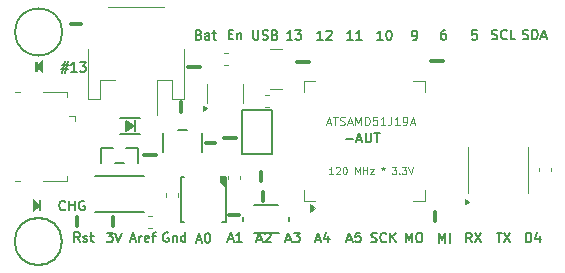
<source format=gbr>
%TF.GenerationSoftware,KiCad,Pcbnew,8.0.4-8.0.4-0~ubuntu22.04.1*%
%TF.CreationDate,2024-08-18T15:20:42-07:00*%
%TF.ProjectId,feather_M4_express,66656174-6865-4725-9f4d-345f65787072,rev?*%
%TF.SameCoordinates,Original*%
%TF.FileFunction,Legend,Top*%
%TF.FilePolarity,Positive*%
%FSLAX46Y46*%
G04 Gerber Fmt 4.6, Leading zero omitted, Abs format (unit mm)*
G04 Created by KiCad (PCBNEW 8.0.4-8.0.4-0~ubuntu22.04.1) date 2024-08-18 15:20:42*
%MOMM*%
%LPD*%
G01*
G04 APERTURE LIST*
%ADD10C,0.170000*%
%ADD11C,0.120000*%
%ADD12C,0.304800*%
%ADD13C,0.000000*%
%ADD14C,0.203200*%
%ADD15C,0.127000*%
G04 APERTURE END LIST*
D10*
X230337422Y-146349683D02*
X230718375Y-146349683D01*
X230261232Y-146578255D02*
X230527899Y-145778255D01*
X230527899Y-145778255D02*
X230794565Y-146578255D01*
X231404089Y-146044921D02*
X231404089Y-146578255D01*
X231213613Y-145740160D02*
X231023136Y-146311588D01*
X231023136Y-146311588D02*
X231518375Y-146311588D01*
X243964470Y-128633255D02*
X243583518Y-128633255D01*
X243583518Y-128633255D02*
X243545422Y-129014207D01*
X243545422Y-129014207D02*
X243583518Y-128976112D01*
X243583518Y-128976112D02*
X243659708Y-128938017D01*
X243659708Y-128938017D02*
X243850184Y-128938017D01*
X243850184Y-128938017D02*
X243926375Y-128976112D01*
X243926375Y-128976112D02*
X243964470Y-129014207D01*
X243964470Y-129014207D02*
X244002565Y-129090398D01*
X244002565Y-129090398D02*
X244002565Y-129280874D01*
X244002565Y-129280874D02*
X243964470Y-129357064D01*
X243964470Y-129357064D02*
X243926375Y-129395160D01*
X243926375Y-129395160D02*
X243850184Y-129433255D01*
X243850184Y-129433255D02*
X243659708Y-129433255D01*
X243659708Y-129433255D02*
X243583518Y-129395160D01*
X243583518Y-129395160D02*
X243545422Y-129357064D01*
X208849022Y-131592321D02*
X209420451Y-131592321D01*
X209077594Y-131249464D02*
X208849022Y-132278036D01*
X209344261Y-131935179D02*
X208772832Y-131935179D01*
X209115689Y-132278036D02*
X209344261Y-131249464D01*
X210106165Y-132125655D02*
X209649022Y-132125655D01*
X209877594Y-132125655D02*
X209877594Y-131325655D01*
X209877594Y-131325655D02*
X209801403Y-131439940D01*
X209801403Y-131439940D02*
X209725213Y-131516131D01*
X209725213Y-131516131D02*
X209649022Y-131554226D01*
X210372832Y-131325655D02*
X210868070Y-131325655D01*
X210868070Y-131325655D02*
X210601404Y-131630417D01*
X210601404Y-131630417D02*
X210715689Y-131630417D01*
X210715689Y-131630417D02*
X210791880Y-131668512D01*
X210791880Y-131668512D02*
X210829975Y-131706607D01*
X210829975Y-131706607D02*
X210868070Y-131782798D01*
X210868070Y-131782798D02*
X210868070Y-131973274D01*
X210868070Y-131973274D02*
X210829975Y-132049464D01*
X210829975Y-132049464D02*
X210791880Y-132087560D01*
X210791880Y-132087560D02*
X210715689Y-132125655D01*
X210715689Y-132125655D02*
X210487118Y-132125655D01*
X210487118Y-132125655D02*
X210410927Y-132087560D01*
X210410927Y-132087560D02*
X210372832Y-132049464D01*
X245247222Y-129369760D02*
X245361508Y-129407855D01*
X245361508Y-129407855D02*
X245551984Y-129407855D01*
X245551984Y-129407855D02*
X245628175Y-129369760D01*
X245628175Y-129369760D02*
X245666270Y-129331664D01*
X245666270Y-129331664D02*
X245704365Y-129255474D01*
X245704365Y-129255474D02*
X245704365Y-129179283D01*
X245704365Y-129179283D02*
X245666270Y-129103093D01*
X245666270Y-129103093D02*
X245628175Y-129064998D01*
X245628175Y-129064998D02*
X245551984Y-129026902D01*
X245551984Y-129026902D02*
X245399603Y-128988807D01*
X245399603Y-128988807D02*
X245323413Y-128950712D01*
X245323413Y-128950712D02*
X245285318Y-128912617D01*
X245285318Y-128912617D02*
X245247222Y-128836426D01*
X245247222Y-128836426D02*
X245247222Y-128760236D01*
X245247222Y-128760236D02*
X245285318Y-128684045D01*
X245285318Y-128684045D02*
X245323413Y-128645950D01*
X245323413Y-128645950D02*
X245399603Y-128607855D01*
X245399603Y-128607855D02*
X245590080Y-128607855D01*
X245590080Y-128607855D02*
X245704365Y-128645950D01*
X246504366Y-129331664D02*
X246466270Y-129369760D01*
X246466270Y-129369760D02*
X246351985Y-129407855D01*
X246351985Y-129407855D02*
X246275794Y-129407855D01*
X246275794Y-129407855D02*
X246161508Y-129369760D01*
X246161508Y-129369760D02*
X246085318Y-129293569D01*
X246085318Y-129293569D02*
X246047223Y-129217379D01*
X246047223Y-129217379D02*
X246009127Y-129064998D01*
X246009127Y-129064998D02*
X246009127Y-128950712D01*
X246009127Y-128950712D02*
X246047223Y-128798331D01*
X246047223Y-128798331D02*
X246085318Y-128722140D01*
X246085318Y-128722140D02*
X246161508Y-128645950D01*
X246161508Y-128645950D02*
X246275794Y-128607855D01*
X246275794Y-128607855D02*
X246351985Y-128607855D01*
X246351985Y-128607855D02*
X246466270Y-128645950D01*
X246466270Y-128645950D02*
X246504366Y-128684045D01*
X247228175Y-129407855D02*
X246847223Y-129407855D01*
X246847223Y-129407855D02*
X246847223Y-128607855D01*
X230946965Y-129458655D02*
X230489822Y-129458655D01*
X230718394Y-129458655D02*
X230718394Y-128658655D01*
X230718394Y-128658655D02*
X230642203Y-128772940D01*
X230642203Y-128772940D02*
X230566013Y-128849131D01*
X230566013Y-128849131D02*
X230489822Y-128887226D01*
X231251727Y-128734845D02*
X231289823Y-128696750D01*
X231289823Y-128696750D02*
X231366013Y-128658655D01*
X231366013Y-128658655D02*
X231556489Y-128658655D01*
X231556489Y-128658655D02*
X231632680Y-128696750D01*
X231632680Y-128696750D02*
X231670775Y-128734845D01*
X231670775Y-128734845D02*
X231708870Y-128811036D01*
X231708870Y-128811036D02*
X231708870Y-128887226D01*
X231708870Y-128887226D02*
X231670775Y-129001512D01*
X231670775Y-129001512D02*
X231213632Y-129458655D01*
X231213632Y-129458655D02*
X231708870Y-129458655D01*
X233461565Y-129433255D02*
X233004422Y-129433255D01*
X233232994Y-129433255D02*
X233232994Y-128633255D01*
X233232994Y-128633255D02*
X233156803Y-128747540D01*
X233156803Y-128747540D02*
X233080613Y-128823731D01*
X233080613Y-128823731D02*
X233004422Y-128861826D01*
X234223470Y-129433255D02*
X233766327Y-129433255D01*
X233994899Y-129433255D02*
X233994899Y-128633255D01*
X233994899Y-128633255D02*
X233918708Y-128747540D01*
X233918708Y-128747540D02*
X233842518Y-128823731D01*
X233842518Y-128823731D02*
X233766327Y-128861826D01*
X243558061Y-146578255D02*
X243291394Y-146197302D01*
X243100918Y-146578255D02*
X243100918Y-145778255D01*
X243100918Y-145778255D02*
X243405680Y-145778255D01*
X243405680Y-145778255D02*
X243481870Y-145816350D01*
X243481870Y-145816350D02*
X243519965Y-145854445D01*
X243519965Y-145854445D02*
X243558061Y-145930636D01*
X243558061Y-145930636D02*
X243558061Y-146044921D01*
X243558061Y-146044921D02*
X243519965Y-146121112D01*
X243519965Y-146121112D02*
X243481870Y-146159207D01*
X243481870Y-146159207D02*
X243405680Y-146197302D01*
X243405680Y-146197302D02*
X243100918Y-146197302D01*
X243824727Y-145778255D02*
X244358061Y-146578255D01*
X244358061Y-145778255D02*
X243824727Y-146578255D01*
X236026965Y-129458655D02*
X235569822Y-129458655D01*
X235798394Y-129458655D02*
X235798394Y-128658655D01*
X235798394Y-128658655D02*
X235722203Y-128772940D01*
X235722203Y-128772940D02*
X235646013Y-128849131D01*
X235646013Y-128849131D02*
X235569822Y-128887226D01*
X236522204Y-128658655D02*
X236598394Y-128658655D01*
X236598394Y-128658655D02*
X236674585Y-128696750D01*
X236674585Y-128696750D02*
X236712680Y-128734845D01*
X236712680Y-128734845D02*
X236750775Y-128811036D01*
X236750775Y-128811036D02*
X236788870Y-128963417D01*
X236788870Y-128963417D02*
X236788870Y-129153893D01*
X236788870Y-129153893D02*
X236750775Y-129306274D01*
X236750775Y-129306274D02*
X236712680Y-129382464D01*
X236712680Y-129382464D02*
X236674585Y-129420560D01*
X236674585Y-129420560D02*
X236598394Y-129458655D01*
X236598394Y-129458655D02*
X236522204Y-129458655D01*
X236522204Y-129458655D02*
X236446013Y-129420560D01*
X236446013Y-129420560D02*
X236407918Y-129382464D01*
X236407918Y-129382464D02*
X236369823Y-129306274D01*
X236369823Y-129306274D02*
X236331727Y-129153893D01*
X236331727Y-129153893D02*
X236331727Y-128963417D01*
X236331727Y-128963417D02*
X236369823Y-128811036D01*
X236369823Y-128811036D02*
X236407918Y-128734845D01*
X236407918Y-128734845D02*
X236446013Y-128696750D01*
X236446013Y-128696750D02*
X236522204Y-128658655D01*
X212646327Y-145778255D02*
X213141565Y-145778255D01*
X213141565Y-145778255D02*
X212874899Y-146083017D01*
X212874899Y-146083017D02*
X212989184Y-146083017D01*
X212989184Y-146083017D02*
X213065375Y-146121112D01*
X213065375Y-146121112D02*
X213103470Y-146159207D01*
X213103470Y-146159207D02*
X213141565Y-146235398D01*
X213141565Y-146235398D02*
X213141565Y-146425874D01*
X213141565Y-146425874D02*
X213103470Y-146502064D01*
X213103470Y-146502064D02*
X213065375Y-146540160D01*
X213065375Y-146540160D02*
X212989184Y-146578255D01*
X212989184Y-146578255D02*
X212760613Y-146578255D01*
X212760613Y-146578255D02*
X212684422Y-146540160D01*
X212684422Y-146540160D02*
X212646327Y-146502064D01*
X213370137Y-145778255D02*
X213636804Y-146578255D01*
X213636804Y-146578255D02*
X213903470Y-145778255D01*
X232890118Y-137815293D02*
X233499642Y-137815293D01*
X233842498Y-137891483D02*
X234223451Y-137891483D01*
X233766308Y-138120055D02*
X234032975Y-137320055D01*
X234032975Y-137320055D02*
X234299641Y-138120055D01*
X234566308Y-137320055D02*
X234566308Y-137967674D01*
X234566308Y-137967674D02*
X234604403Y-138043864D01*
X234604403Y-138043864D02*
X234642498Y-138081960D01*
X234642498Y-138081960D02*
X234718689Y-138120055D01*
X234718689Y-138120055D02*
X234871070Y-138120055D01*
X234871070Y-138120055D02*
X234947260Y-138081960D01*
X234947260Y-138081960D02*
X234985355Y-138043864D01*
X234985355Y-138043864D02*
X235023451Y-137967674D01*
X235023451Y-137967674D02*
X235023451Y-137320055D01*
X235290117Y-137320055D02*
X235747260Y-137320055D01*
X235518688Y-138120055D02*
X235518688Y-137320055D01*
X227848222Y-146349683D02*
X228229175Y-146349683D01*
X227772032Y-146578255D02*
X228038699Y-145778255D01*
X228038699Y-145778255D02*
X228305365Y-146578255D01*
X228495841Y-145778255D02*
X228991079Y-145778255D01*
X228991079Y-145778255D02*
X228724413Y-146083017D01*
X228724413Y-146083017D02*
X228838698Y-146083017D01*
X228838698Y-146083017D02*
X228914889Y-146121112D01*
X228914889Y-146121112D02*
X228952984Y-146159207D01*
X228952984Y-146159207D02*
X228991079Y-146235398D01*
X228991079Y-146235398D02*
X228991079Y-146425874D01*
X228991079Y-146425874D02*
X228952984Y-146502064D01*
X228952984Y-146502064D02*
X228914889Y-146540160D01*
X228914889Y-146540160D02*
X228838698Y-146578255D01*
X228838698Y-146578255D02*
X228610127Y-146578255D01*
X228610127Y-146578255D02*
X228533936Y-146540160D01*
X228533936Y-146540160D02*
X228495841Y-146502064D01*
X241310175Y-128633255D02*
X241157794Y-128633255D01*
X241157794Y-128633255D02*
X241081603Y-128671350D01*
X241081603Y-128671350D02*
X241043508Y-128709445D01*
X241043508Y-128709445D02*
X240967318Y-128823731D01*
X240967318Y-128823731D02*
X240929222Y-128976112D01*
X240929222Y-128976112D02*
X240929222Y-129280874D01*
X240929222Y-129280874D02*
X240967318Y-129357064D01*
X240967318Y-129357064D02*
X241005413Y-129395160D01*
X241005413Y-129395160D02*
X241081603Y-129433255D01*
X241081603Y-129433255D02*
X241233984Y-129433255D01*
X241233984Y-129433255D02*
X241310175Y-129395160D01*
X241310175Y-129395160D02*
X241348270Y-129357064D01*
X241348270Y-129357064D02*
X241386365Y-129280874D01*
X241386365Y-129280874D02*
X241386365Y-129090398D01*
X241386365Y-129090398D02*
X241348270Y-129014207D01*
X241348270Y-129014207D02*
X241310175Y-128976112D01*
X241310175Y-128976112D02*
X241233984Y-128938017D01*
X241233984Y-128938017D02*
X241081603Y-128938017D01*
X241081603Y-128938017D02*
X241005413Y-128976112D01*
X241005413Y-128976112D02*
X240967318Y-129014207D01*
X240967318Y-129014207D02*
X240929222Y-129090398D01*
X220456784Y-129014207D02*
X220571070Y-129052302D01*
X220571070Y-129052302D02*
X220609165Y-129090398D01*
X220609165Y-129090398D02*
X220647261Y-129166588D01*
X220647261Y-129166588D02*
X220647261Y-129280874D01*
X220647261Y-129280874D02*
X220609165Y-129357064D01*
X220609165Y-129357064D02*
X220571070Y-129395160D01*
X220571070Y-129395160D02*
X220494880Y-129433255D01*
X220494880Y-129433255D02*
X220190118Y-129433255D01*
X220190118Y-129433255D02*
X220190118Y-128633255D01*
X220190118Y-128633255D02*
X220456784Y-128633255D01*
X220456784Y-128633255D02*
X220532975Y-128671350D01*
X220532975Y-128671350D02*
X220571070Y-128709445D01*
X220571070Y-128709445D02*
X220609165Y-128785636D01*
X220609165Y-128785636D02*
X220609165Y-128861826D01*
X220609165Y-128861826D02*
X220571070Y-128938017D01*
X220571070Y-128938017D02*
X220532975Y-128976112D01*
X220532975Y-128976112D02*
X220456784Y-129014207D01*
X220456784Y-129014207D02*
X220190118Y-129014207D01*
X221332975Y-129433255D02*
X221332975Y-129014207D01*
X221332975Y-129014207D02*
X221294880Y-128938017D01*
X221294880Y-128938017D02*
X221218689Y-128899921D01*
X221218689Y-128899921D02*
X221066308Y-128899921D01*
X221066308Y-128899921D02*
X220990118Y-128938017D01*
X221332975Y-129395160D02*
X221256784Y-129433255D01*
X221256784Y-129433255D02*
X221066308Y-129433255D01*
X221066308Y-129433255D02*
X220990118Y-129395160D01*
X220990118Y-129395160D02*
X220952022Y-129318969D01*
X220952022Y-129318969D02*
X220952022Y-129242779D01*
X220952022Y-129242779D02*
X220990118Y-129166588D01*
X220990118Y-129166588D02*
X221066308Y-129128493D01*
X221066308Y-129128493D02*
X221256784Y-129128493D01*
X221256784Y-129128493D02*
X221332975Y-129090398D01*
X221599642Y-128899921D02*
X221904404Y-128899921D01*
X221713928Y-128633255D02*
X221713928Y-129318969D01*
X221713928Y-129318969D02*
X221752023Y-129395160D01*
X221752023Y-129395160D02*
X221828213Y-129433255D01*
X221828213Y-129433255D02*
X221904404Y-129433255D01*
D11*
X231828489Y-140814131D02*
X231485632Y-140814131D01*
X231657061Y-140814131D02*
X231657061Y-140214131D01*
X231657061Y-140214131D02*
X231599918Y-140299845D01*
X231599918Y-140299845D02*
X231542775Y-140356988D01*
X231542775Y-140356988D02*
X231485632Y-140385560D01*
X232057061Y-140271274D02*
X232085633Y-140242702D01*
X232085633Y-140242702D02*
X232142776Y-140214131D01*
X232142776Y-140214131D02*
X232285633Y-140214131D01*
X232285633Y-140214131D02*
X232342776Y-140242702D01*
X232342776Y-140242702D02*
X232371347Y-140271274D01*
X232371347Y-140271274D02*
X232399918Y-140328417D01*
X232399918Y-140328417D02*
X232399918Y-140385560D01*
X232399918Y-140385560D02*
X232371347Y-140471274D01*
X232371347Y-140471274D02*
X232028490Y-140814131D01*
X232028490Y-140814131D02*
X232399918Y-140814131D01*
X232771347Y-140214131D02*
X232828490Y-140214131D01*
X232828490Y-140214131D02*
X232885633Y-140242702D01*
X232885633Y-140242702D02*
X232914205Y-140271274D01*
X232914205Y-140271274D02*
X232942776Y-140328417D01*
X232942776Y-140328417D02*
X232971347Y-140442702D01*
X232971347Y-140442702D02*
X232971347Y-140585560D01*
X232971347Y-140585560D02*
X232942776Y-140699845D01*
X232942776Y-140699845D02*
X232914205Y-140756988D01*
X232914205Y-140756988D02*
X232885633Y-140785560D01*
X232885633Y-140785560D02*
X232828490Y-140814131D01*
X232828490Y-140814131D02*
X232771347Y-140814131D01*
X232771347Y-140814131D02*
X232714205Y-140785560D01*
X232714205Y-140785560D02*
X232685633Y-140756988D01*
X232685633Y-140756988D02*
X232657062Y-140699845D01*
X232657062Y-140699845D02*
X232628490Y-140585560D01*
X232628490Y-140585560D02*
X232628490Y-140442702D01*
X232628490Y-140442702D02*
X232657062Y-140328417D01*
X232657062Y-140328417D02*
X232685633Y-140271274D01*
X232685633Y-140271274D02*
X232714205Y-140242702D01*
X232714205Y-140242702D02*
X232771347Y-140214131D01*
X233685634Y-140814131D02*
X233685634Y-140214131D01*
X233685634Y-140214131D02*
X233885634Y-140642702D01*
X233885634Y-140642702D02*
X234085634Y-140214131D01*
X234085634Y-140214131D02*
X234085634Y-140814131D01*
X234371348Y-140814131D02*
X234371348Y-140214131D01*
X234371348Y-140499845D02*
X234714205Y-140499845D01*
X234714205Y-140814131D02*
X234714205Y-140214131D01*
X234942776Y-140414131D02*
X235257062Y-140414131D01*
X235257062Y-140414131D02*
X234942776Y-140814131D01*
X234942776Y-140814131D02*
X235257062Y-140814131D01*
X236028490Y-140214131D02*
X236028490Y-140356988D01*
X235885633Y-140299845D02*
X236028490Y-140356988D01*
X236028490Y-140356988D02*
X236171347Y-140299845D01*
X235942776Y-140471274D02*
X236028490Y-140356988D01*
X236028490Y-140356988D02*
X236114204Y-140471274D01*
X236799919Y-140214131D02*
X237171347Y-140214131D01*
X237171347Y-140214131D02*
X236971347Y-140442702D01*
X236971347Y-140442702D02*
X237057062Y-140442702D01*
X237057062Y-140442702D02*
X237114205Y-140471274D01*
X237114205Y-140471274D02*
X237142776Y-140499845D01*
X237142776Y-140499845D02*
X237171347Y-140556988D01*
X237171347Y-140556988D02*
X237171347Y-140699845D01*
X237171347Y-140699845D02*
X237142776Y-140756988D01*
X237142776Y-140756988D02*
X237114205Y-140785560D01*
X237114205Y-140785560D02*
X237057062Y-140814131D01*
X237057062Y-140814131D02*
X236885633Y-140814131D01*
X236885633Y-140814131D02*
X236828490Y-140785560D01*
X236828490Y-140785560D02*
X236799919Y-140756988D01*
X237428491Y-140756988D02*
X237457062Y-140785560D01*
X237457062Y-140785560D02*
X237428491Y-140814131D01*
X237428491Y-140814131D02*
X237399919Y-140785560D01*
X237399919Y-140785560D02*
X237428491Y-140756988D01*
X237428491Y-140756988D02*
X237428491Y-140814131D01*
X237657062Y-140214131D02*
X238028490Y-140214131D01*
X238028490Y-140214131D02*
X237828490Y-140442702D01*
X237828490Y-140442702D02*
X237914205Y-140442702D01*
X237914205Y-140442702D02*
X237971348Y-140471274D01*
X237971348Y-140471274D02*
X237999919Y-140499845D01*
X237999919Y-140499845D02*
X238028490Y-140556988D01*
X238028490Y-140556988D02*
X238028490Y-140699845D01*
X238028490Y-140699845D02*
X237999919Y-140756988D01*
X237999919Y-140756988D02*
X237971348Y-140785560D01*
X237971348Y-140785560D02*
X237914205Y-140814131D01*
X237914205Y-140814131D02*
X237742776Y-140814131D01*
X237742776Y-140814131D02*
X237685633Y-140785560D01*
X237685633Y-140785560D02*
X237657062Y-140756988D01*
X238199919Y-140214131D02*
X238399919Y-140814131D01*
X238399919Y-140814131D02*
X238599919Y-140214131D01*
D10*
X217865965Y-145790950D02*
X217789775Y-145752855D01*
X217789775Y-145752855D02*
X217675489Y-145752855D01*
X217675489Y-145752855D02*
X217561203Y-145790950D01*
X217561203Y-145790950D02*
X217485013Y-145867140D01*
X217485013Y-145867140D02*
X217446918Y-145943331D01*
X217446918Y-145943331D02*
X217408822Y-146095712D01*
X217408822Y-146095712D02*
X217408822Y-146209998D01*
X217408822Y-146209998D02*
X217446918Y-146362379D01*
X217446918Y-146362379D02*
X217485013Y-146438569D01*
X217485013Y-146438569D02*
X217561203Y-146514760D01*
X217561203Y-146514760D02*
X217675489Y-146552855D01*
X217675489Y-146552855D02*
X217751680Y-146552855D01*
X217751680Y-146552855D02*
X217865965Y-146514760D01*
X217865965Y-146514760D02*
X217904061Y-146476664D01*
X217904061Y-146476664D02*
X217904061Y-146209998D01*
X217904061Y-146209998D02*
X217751680Y-146209998D01*
X218246918Y-146019521D02*
X218246918Y-146552855D01*
X218246918Y-146095712D02*
X218285013Y-146057617D01*
X218285013Y-146057617D02*
X218361203Y-146019521D01*
X218361203Y-146019521D02*
X218475489Y-146019521D01*
X218475489Y-146019521D02*
X218551680Y-146057617D01*
X218551680Y-146057617D02*
X218589775Y-146133807D01*
X218589775Y-146133807D02*
X218589775Y-146552855D01*
X219313585Y-146552855D02*
X219313585Y-145752855D01*
X219313585Y-146514760D02*
X219237394Y-146552855D01*
X219237394Y-146552855D02*
X219085013Y-146552855D01*
X219085013Y-146552855D02*
X219008823Y-146514760D01*
X219008823Y-146514760D02*
X218970728Y-146476664D01*
X218970728Y-146476664D02*
X218932632Y-146400474D01*
X218932632Y-146400474D02*
X218932632Y-146171902D01*
X218932632Y-146171902D02*
X218970728Y-146095712D01*
X218970728Y-146095712D02*
X219008823Y-146057617D01*
X219008823Y-146057617D02*
X219085013Y-146019521D01*
X219085013Y-146019521D02*
X219237394Y-146019521D01*
X219237394Y-146019521D02*
X219313585Y-146057617D01*
X220253622Y-146375083D02*
X220634575Y-146375083D01*
X220177432Y-146603655D02*
X220444099Y-145803655D01*
X220444099Y-145803655D02*
X220710765Y-146603655D01*
X221129813Y-145803655D02*
X221206003Y-145803655D01*
X221206003Y-145803655D02*
X221282194Y-145841750D01*
X221282194Y-145841750D02*
X221320289Y-145879845D01*
X221320289Y-145879845D02*
X221358384Y-145956036D01*
X221358384Y-145956036D02*
X221396479Y-146108417D01*
X221396479Y-146108417D02*
X221396479Y-146298893D01*
X221396479Y-146298893D02*
X221358384Y-146451274D01*
X221358384Y-146451274D02*
X221320289Y-146527464D01*
X221320289Y-146527464D02*
X221282194Y-146565560D01*
X221282194Y-146565560D02*
X221206003Y-146603655D01*
X221206003Y-146603655D02*
X221129813Y-146603655D01*
X221129813Y-146603655D02*
X221053622Y-146565560D01*
X221053622Y-146565560D02*
X221015527Y-146527464D01*
X221015527Y-146527464D02*
X220977432Y-146451274D01*
X220977432Y-146451274D02*
X220939336Y-146298893D01*
X220939336Y-146298893D02*
X220939336Y-146108417D01*
X220939336Y-146108417D02*
X220977432Y-145956036D01*
X220977432Y-145956036D02*
X221015527Y-145879845D01*
X221015527Y-145879845D02*
X221053622Y-145841750D01*
X221053622Y-145841750D02*
X221129813Y-145803655D01*
X225384422Y-146349683D02*
X225765375Y-146349683D01*
X225308232Y-146578255D02*
X225574899Y-145778255D01*
X225574899Y-145778255D02*
X225841565Y-146578255D01*
X226070136Y-145854445D02*
X226108232Y-145816350D01*
X226108232Y-145816350D02*
X226184422Y-145778255D01*
X226184422Y-145778255D02*
X226374898Y-145778255D01*
X226374898Y-145778255D02*
X226451089Y-145816350D01*
X226451089Y-145816350D02*
X226489184Y-145854445D01*
X226489184Y-145854445D02*
X226527279Y-145930636D01*
X226527279Y-145930636D02*
X226527279Y-146006826D01*
X226527279Y-146006826D02*
X226489184Y-146121112D01*
X226489184Y-146121112D02*
X226032041Y-146578255D01*
X226032041Y-146578255D02*
X226527279Y-146578255D01*
X222946022Y-146324283D02*
X223326975Y-146324283D01*
X222869832Y-146552855D02*
X223136499Y-145752855D01*
X223136499Y-145752855D02*
X223403165Y-146552855D01*
X224088879Y-146552855D02*
X223631736Y-146552855D01*
X223860308Y-146552855D02*
X223860308Y-145752855D01*
X223860308Y-145752855D02*
X223784117Y-145867140D01*
X223784117Y-145867140D02*
X223707927Y-145943331D01*
X223707927Y-145943331D02*
X223631736Y-145981426D01*
X240789518Y-146603655D02*
X240789518Y-145803655D01*
X240789518Y-145803655D02*
X241056184Y-146375083D01*
X241056184Y-146375083D02*
X241322851Y-145803655D01*
X241322851Y-145803655D02*
X241322851Y-146603655D01*
X241703804Y-146603655D02*
X241703804Y-145803655D01*
X247888822Y-129369760D02*
X248003108Y-129407855D01*
X248003108Y-129407855D02*
X248193584Y-129407855D01*
X248193584Y-129407855D02*
X248269775Y-129369760D01*
X248269775Y-129369760D02*
X248307870Y-129331664D01*
X248307870Y-129331664D02*
X248345965Y-129255474D01*
X248345965Y-129255474D02*
X248345965Y-129179283D01*
X248345965Y-129179283D02*
X248307870Y-129103093D01*
X248307870Y-129103093D02*
X248269775Y-129064998D01*
X248269775Y-129064998D02*
X248193584Y-129026902D01*
X248193584Y-129026902D02*
X248041203Y-128988807D01*
X248041203Y-128988807D02*
X247965013Y-128950712D01*
X247965013Y-128950712D02*
X247926918Y-128912617D01*
X247926918Y-128912617D02*
X247888822Y-128836426D01*
X247888822Y-128836426D02*
X247888822Y-128760236D01*
X247888822Y-128760236D02*
X247926918Y-128684045D01*
X247926918Y-128684045D02*
X247965013Y-128645950D01*
X247965013Y-128645950D02*
X248041203Y-128607855D01*
X248041203Y-128607855D02*
X248231680Y-128607855D01*
X248231680Y-128607855D02*
X248345965Y-128645950D01*
X248688823Y-129407855D02*
X248688823Y-128607855D01*
X248688823Y-128607855D02*
X248879299Y-128607855D01*
X248879299Y-128607855D02*
X248993585Y-128645950D01*
X248993585Y-128645950D02*
X249069775Y-128722140D01*
X249069775Y-128722140D02*
X249107870Y-128798331D01*
X249107870Y-128798331D02*
X249145966Y-128950712D01*
X249145966Y-128950712D02*
X249145966Y-129064998D01*
X249145966Y-129064998D02*
X249107870Y-129217379D01*
X249107870Y-129217379D02*
X249069775Y-129293569D01*
X249069775Y-129293569D02*
X248993585Y-129369760D01*
X248993585Y-129369760D02*
X248879299Y-129407855D01*
X248879299Y-129407855D02*
X248688823Y-129407855D01*
X249450727Y-129179283D02*
X249831680Y-129179283D01*
X249374537Y-129407855D02*
X249641204Y-128607855D01*
X249641204Y-128607855D02*
X249907870Y-129407855D01*
X222984118Y-128988807D02*
X223250784Y-128988807D01*
X223365070Y-129407855D02*
X222984118Y-129407855D01*
X222984118Y-129407855D02*
X222984118Y-128607855D01*
X222984118Y-128607855D02*
X223365070Y-128607855D01*
X223707928Y-128874521D02*
X223707928Y-129407855D01*
X223707928Y-128950712D02*
X223746023Y-128912617D01*
X223746023Y-128912617D02*
X223822213Y-128874521D01*
X223822213Y-128874521D02*
X223936499Y-128874521D01*
X223936499Y-128874521D02*
X224012690Y-128912617D01*
X224012690Y-128912617D02*
X224050785Y-128988807D01*
X224050785Y-128988807D02*
X224050785Y-129407855D01*
X235061822Y-146540160D02*
X235176108Y-146578255D01*
X235176108Y-146578255D02*
X235366584Y-146578255D01*
X235366584Y-146578255D02*
X235442775Y-146540160D01*
X235442775Y-146540160D02*
X235480870Y-146502064D01*
X235480870Y-146502064D02*
X235518965Y-146425874D01*
X235518965Y-146425874D02*
X235518965Y-146349683D01*
X235518965Y-146349683D02*
X235480870Y-146273493D01*
X235480870Y-146273493D02*
X235442775Y-146235398D01*
X235442775Y-146235398D02*
X235366584Y-146197302D01*
X235366584Y-146197302D02*
X235214203Y-146159207D01*
X235214203Y-146159207D02*
X235138013Y-146121112D01*
X235138013Y-146121112D02*
X235099918Y-146083017D01*
X235099918Y-146083017D02*
X235061822Y-146006826D01*
X235061822Y-146006826D02*
X235061822Y-145930636D01*
X235061822Y-145930636D02*
X235099918Y-145854445D01*
X235099918Y-145854445D02*
X235138013Y-145816350D01*
X235138013Y-145816350D02*
X235214203Y-145778255D01*
X235214203Y-145778255D02*
X235404680Y-145778255D01*
X235404680Y-145778255D02*
X235518965Y-145816350D01*
X236318966Y-146502064D02*
X236280870Y-146540160D01*
X236280870Y-146540160D02*
X236166585Y-146578255D01*
X236166585Y-146578255D02*
X236090394Y-146578255D01*
X236090394Y-146578255D02*
X235976108Y-146540160D01*
X235976108Y-146540160D02*
X235899918Y-146463969D01*
X235899918Y-146463969D02*
X235861823Y-146387779D01*
X235861823Y-146387779D02*
X235823727Y-146235398D01*
X235823727Y-146235398D02*
X235823727Y-146121112D01*
X235823727Y-146121112D02*
X235861823Y-145968731D01*
X235861823Y-145968731D02*
X235899918Y-145892540D01*
X235899918Y-145892540D02*
X235976108Y-145816350D01*
X235976108Y-145816350D02*
X236090394Y-145778255D01*
X236090394Y-145778255D02*
X236166585Y-145778255D01*
X236166585Y-145778255D02*
X236280870Y-145816350D01*
X236280870Y-145816350D02*
X236318966Y-145854445D01*
X236661823Y-146578255D02*
X236661823Y-145778255D01*
X237118966Y-146578255D02*
X236776108Y-146121112D01*
X237118966Y-145778255D02*
X236661823Y-146235398D01*
X210360261Y-146552855D02*
X210093594Y-146171902D01*
X209903118Y-146552855D02*
X209903118Y-145752855D01*
X209903118Y-145752855D02*
X210207880Y-145752855D01*
X210207880Y-145752855D02*
X210284070Y-145790950D01*
X210284070Y-145790950D02*
X210322165Y-145829045D01*
X210322165Y-145829045D02*
X210360261Y-145905236D01*
X210360261Y-145905236D02*
X210360261Y-146019521D01*
X210360261Y-146019521D02*
X210322165Y-146095712D01*
X210322165Y-146095712D02*
X210284070Y-146133807D01*
X210284070Y-146133807D02*
X210207880Y-146171902D01*
X210207880Y-146171902D02*
X209903118Y-146171902D01*
X210665022Y-146514760D02*
X210741213Y-146552855D01*
X210741213Y-146552855D02*
X210893594Y-146552855D01*
X210893594Y-146552855D02*
X210969784Y-146514760D01*
X210969784Y-146514760D02*
X211007880Y-146438569D01*
X211007880Y-146438569D02*
X211007880Y-146400474D01*
X211007880Y-146400474D02*
X210969784Y-146324283D01*
X210969784Y-146324283D02*
X210893594Y-146286188D01*
X210893594Y-146286188D02*
X210779308Y-146286188D01*
X210779308Y-146286188D02*
X210703118Y-146248093D01*
X210703118Y-146248093D02*
X210665022Y-146171902D01*
X210665022Y-146171902D02*
X210665022Y-146133807D01*
X210665022Y-146133807D02*
X210703118Y-146057617D01*
X210703118Y-146057617D02*
X210779308Y-146019521D01*
X210779308Y-146019521D02*
X210893594Y-146019521D01*
X210893594Y-146019521D02*
X210969784Y-146057617D01*
X211236451Y-146019521D02*
X211541213Y-146019521D01*
X211350737Y-145752855D02*
X211350737Y-146438569D01*
X211350737Y-146438569D02*
X211388832Y-146514760D01*
X211388832Y-146514760D02*
X211465022Y-146552855D01*
X211465022Y-146552855D02*
X211541213Y-146552855D01*
X248155518Y-146578255D02*
X248155518Y-145778255D01*
X248155518Y-145778255D02*
X248345994Y-145778255D01*
X248345994Y-145778255D02*
X248460280Y-145816350D01*
X248460280Y-145816350D02*
X248536470Y-145892540D01*
X248536470Y-145892540D02*
X248574565Y-145968731D01*
X248574565Y-145968731D02*
X248612661Y-146121112D01*
X248612661Y-146121112D02*
X248612661Y-146235398D01*
X248612661Y-146235398D02*
X248574565Y-146387779D01*
X248574565Y-146387779D02*
X248536470Y-146463969D01*
X248536470Y-146463969D02*
X248460280Y-146540160D01*
X248460280Y-146540160D02*
X248345994Y-146578255D01*
X248345994Y-146578255D02*
X248155518Y-146578255D01*
X249298375Y-146044921D02*
X249298375Y-146578255D01*
X249107899Y-145740160D02*
X248917422Y-146311588D01*
X248917422Y-146311588D02*
X249412661Y-146311588D01*
X228356165Y-129433255D02*
X227899022Y-129433255D01*
X228127594Y-129433255D02*
X228127594Y-128633255D01*
X228127594Y-128633255D02*
X228051403Y-128747540D01*
X228051403Y-128747540D02*
X227975213Y-128823731D01*
X227975213Y-128823731D02*
X227899022Y-128861826D01*
X228622832Y-128633255D02*
X229118070Y-128633255D01*
X229118070Y-128633255D02*
X228851404Y-128938017D01*
X228851404Y-128938017D02*
X228965689Y-128938017D01*
X228965689Y-128938017D02*
X229041880Y-128976112D01*
X229041880Y-128976112D02*
X229079975Y-129014207D01*
X229079975Y-129014207D02*
X229118070Y-129090398D01*
X229118070Y-129090398D02*
X229118070Y-129280874D01*
X229118070Y-129280874D02*
X229079975Y-129357064D01*
X229079975Y-129357064D02*
X229041880Y-129395160D01*
X229041880Y-129395160D02*
X228965689Y-129433255D01*
X228965689Y-129433255D02*
X228737118Y-129433255D01*
X228737118Y-129433255D02*
X228660927Y-129395160D01*
X228660927Y-129395160D02*
X228622832Y-129357064D01*
X214691022Y-146324283D02*
X215071975Y-146324283D01*
X214614832Y-146552855D02*
X214881499Y-145752855D01*
X214881499Y-145752855D02*
X215148165Y-146552855D01*
X215414832Y-146552855D02*
X215414832Y-146019521D01*
X215414832Y-146171902D02*
X215452927Y-146095712D01*
X215452927Y-146095712D02*
X215491022Y-146057617D01*
X215491022Y-146057617D02*
X215567213Y-146019521D01*
X215567213Y-146019521D02*
X215643403Y-146019521D01*
X216214832Y-146514760D02*
X216138641Y-146552855D01*
X216138641Y-146552855D02*
X215986260Y-146552855D01*
X215986260Y-146552855D02*
X215910070Y-146514760D01*
X215910070Y-146514760D02*
X215871974Y-146438569D01*
X215871974Y-146438569D02*
X215871974Y-146133807D01*
X215871974Y-146133807D02*
X215910070Y-146057617D01*
X215910070Y-146057617D02*
X215986260Y-146019521D01*
X215986260Y-146019521D02*
X216138641Y-146019521D01*
X216138641Y-146019521D02*
X216214832Y-146057617D01*
X216214832Y-146057617D02*
X216252927Y-146133807D01*
X216252927Y-146133807D02*
X216252927Y-146209998D01*
X216252927Y-146209998D02*
X215871974Y-146286188D01*
X216481498Y-146019521D02*
X216786260Y-146019521D01*
X216595784Y-146552855D02*
X216595784Y-145867140D01*
X216595784Y-145867140D02*
X216633879Y-145790950D01*
X216633879Y-145790950D02*
X216710069Y-145752855D01*
X216710069Y-145752855D02*
X216786260Y-145752855D01*
X233004422Y-146349683D02*
X233385375Y-146349683D01*
X232928232Y-146578255D02*
X233194899Y-145778255D01*
X233194899Y-145778255D02*
X233461565Y-146578255D01*
X234109184Y-145778255D02*
X233728232Y-145778255D01*
X233728232Y-145778255D02*
X233690136Y-146159207D01*
X233690136Y-146159207D02*
X233728232Y-146121112D01*
X233728232Y-146121112D02*
X233804422Y-146083017D01*
X233804422Y-146083017D02*
X233994898Y-146083017D01*
X233994898Y-146083017D02*
X234071089Y-146121112D01*
X234071089Y-146121112D02*
X234109184Y-146159207D01*
X234109184Y-146159207D02*
X234147279Y-146235398D01*
X234147279Y-146235398D02*
X234147279Y-146425874D01*
X234147279Y-146425874D02*
X234109184Y-146502064D01*
X234109184Y-146502064D02*
X234071089Y-146540160D01*
X234071089Y-146540160D02*
X233994898Y-146578255D01*
X233994898Y-146578255D02*
X233804422Y-146578255D01*
X233804422Y-146578255D02*
X233728232Y-146540160D01*
X233728232Y-146540160D02*
X233690136Y-146502064D01*
D11*
X231276080Y-136461693D02*
X231609413Y-136461693D01*
X231209413Y-136661693D02*
X231442747Y-135961693D01*
X231442747Y-135961693D02*
X231676080Y-136661693D01*
X231809413Y-135961693D02*
X232209413Y-135961693D01*
X232009413Y-136661693D02*
X232009413Y-135961693D01*
X232409413Y-136628360D02*
X232509413Y-136661693D01*
X232509413Y-136661693D02*
X232676080Y-136661693D01*
X232676080Y-136661693D02*
X232742746Y-136628360D01*
X232742746Y-136628360D02*
X232776080Y-136595026D01*
X232776080Y-136595026D02*
X232809413Y-136528360D01*
X232809413Y-136528360D02*
X232809413Y-136461693D01*
X232809413Y-136461693D02*
X232776080Y-136395026D01*
X232776080Y-136395026D02*
X232742746Y-136361693D01*
X232742746Y-136361693D02*
X232676080Y-136328360D01*
X232676080Y-136328360D02*
X232542746Y-136295026D01*
X232542746Y-136295026D02*
X232476080Y-136261693D01*
X232476080Y-136261693D02*
X232442746Y-136228360D01*
X232442746Y-136228360D02*
X232409413Y-136161693D01*
X232409413Y-136161693D02*
X232409413Y-136095026D01*
X232409413Y-136095026D02*
X232442746Y-136028360D01*
X232442746Y-136028360D02*
X232476080Y-135995026D01*
X232476080Y-135995026D02*
X232542746Y-135961693D01*
X232542746Y-135961693D02*
X232709413Y-135961693D01*
X232709413Y-135961693D02*
X232809413Y-135995026D01*
X233076080Y-136461693D02*
X233409413Y-136461693D01*
X233009413Y-136661693D02*
X233242747Y-135961693D01*
X233242747Y-135961693D02*
X233476080Y-136661693D01*
X233709413Y-136661693D02*
X233709413Y-135961693D01*
X233709413Y-135961693D02*
X233942747Y-136461693D01*
X233942747Y-136461693D02*
X234176080Y-135961693D01*
X234176080Y-135961693D02*
X234176080Y-136661693D01*
X234509413Y-136661693D02*
X234509413Y-135961693D01*
X234509413Y-135961693D02*
X234676080Y-135961693D01*
X234676080Y-135961693D02*
X234776080Y-135995026D01*
X234776080Y-135995026D02*
X234842747Y-136061693D01*
X234842747Y-136061693D02*
X234876080Y-136128360D01*
X234876080Y-136128360D02*
X234909413Y-136261693D01*
X234909413Y-136261693D02*
X234909413Y-136361693D01*
X234909413Y-136361693D02*
X234876080Y-136495026D01*
X234876080Y-136495026D02*
X234842747Y-136561693D01*
X234842747Y-136561693D02*
X234776080Y-136628360D01*
X234776080Y-136628360D02*
X234676080Y-136661693D01*
X234676080Y-136661693D02*
X234509413Y-136661693D01*
X235542747Y-135961693D02*
X235209413Y-135961693D01*
X235209413Y-135961693D02*
X235176080Y-136295026D01*
X235176080Y-136295026D02*
X235209413Y-136261693D01*
X235209413Y-136261693D02*
X235276080Y-136228360D01*
X235276080Y-136228360D02*
X235442747Y-136228360D01*
X235442747Y-136228360D02*
X235509413Y-136261693D01*
X235509413Y-136261693D02*
X235542747Y-136295026D01*
X235542747Y-136295026D02*
X235576080Y-136361693D01*
X235576080Y-136361693D02*
X235576080Y-136528360D01*
X235576080Y-136528360D02*
X235542747Y-136595026D01*
X235542747Y-136595026D02*
X235509413Y-136628360D01*
X235509413Y-136628360D02*
X235442747Y-136661693D01*
X235442747Y-136661693D02*
X235276080Y-136661693D01*
X235276080Y-136661693D02*
X235209413Y-136628360D01*
X235209413Y-136628360D02*
X235176080Y-136595026D01*
X236242747Y-136661693D02*
X235842747Y-136661693D01*
X236042747Y-136661693D02*
X236042747Y-135961693D01*
X236042747Y-135961693D02*
X235976080Y-136061693D01*
X235976080Y-136061693D02*
X235909414Y-136128360D01*
X235909414Y-136128360D02*
X235842747Y-136161693D01*
X236742747Y-135961693D02*
X236742747Y-136461693D01*
X236742747Y-136461693D02*
X236709414Y-136561693D01*
X236709414Y-136561693D02*
X236642747Y-136628360D01*
X236642747Y-136628360D02*
X236542747Y-136661693D01*
X236542747Y-136661693D02*
X236476081Y-136661693D01*
X237442747Y-136661693D02*
X237042747Y-136661693D01*
X237242747Y-136661693D02*
X237242747Y-135961693D01*
X237242747Y-135961693D02*
X237176080Y-136061693D01*
X237176080Y-136061693D02*
X237109414Y-136128360D01*
X237109414Y-136128360D02*
X237042747Y-136161693D01*
X237776081Y-136661693D02*
X237909414Y-136661693D01*
X237909414Y-136661693D02*
X237976081Y-136628360D01*
X237976081Y-136628360D02*
X238009414Y-136595026D01*
X238009414Y-136595026D02*
X238076081Y-136495026D01*
X238076081Y-136495026D02*
X238109414Y-136361693D01*
X238109414Y-136361693D02*
X238109414Y-136095026D01*
X238109414Y-136095026D02*
X238076081Y-136028360D01*
X238076081Y-136028360D02*
X238042747Y-135995026D01*
X238042747Y-135995026D02*
X237976081Y-135961693D01*
X237976081Y-135961693D02*
X237842747Y-135961693D01*
X237842747Y-135961693D02*
X237776081Y-135995026D01*
X237776081Y-135995026D02*
X237742747Y-136028360D01*
X237742747Y-136028360D02*
X237709414Y-136095026D01*
X237709414Y-136095026D02*
X237709414Y-136261693D01*
X237709414Y-136261693D02*
X237742747Y-136328360D01*
X237742747Y-136328360D02*
X237776081Y-136361693D01*
X237776081Y-136361693D02*
X237842747Y-136395026D01*
X237842747Y-136395026D02*
X237976081Y-136395026D01*
X237976081Y-136395026D02*
X238042747Y-136361693D01*
X238042747Y-136361693D02*
X238076081Y-136328360D01*
X238076081Y-136328360D02*
X238109414Y-136261693D01*
X238376081Y-136461693D02*
X238709414Y-136461693D01*
X238309414Y-136661693D02*
X238542748Y-135961693D01*
X238542748Y-135961693D02*
X238776081Y-136661693D01*
D10*
X237970118Y-146578255D02*
X237970118Y-145778255D01*
X237970118Y-145778255D02*
X238236784Y-146349683D01*
X238236784Y-146349683D02*
X238503451Y-145778255D01*
X238503451Y-145778255D02*
X238503451Y-146578255D01*
X239036785Y-145778255D02*
X239189166Y-145778255D01*
X239189166Y-145778255D02*
X239265356Y-145816350D01*
X239265356Y-145816350D02*
X239341547Y-145892540D01*
X239341547Y-145892540D02*
X239379642Y-146044921D01*
X239379642Y-146044921D02*
X239379642Y-146311588D01*
X239379642Y-146311588D02*
X239341547Y-146463969D01*
X239341547Y-146463969D02*
X239265356Y-146540160D01*
X239265356Y-146540160D02*
X239189166Y-146578255D01*
X239189166Y-146578255D02*
X239036785Y-146578255D01*
X239036785Y-146578255D02*
X238960594Y-146540160D01*
X238960594Y-146540160D02*
X238884404Y-146463969D01*
X238884404Y-146463969D02*
X238846308Y-146311588D01*
X238846308Y-146311588D02*
X238846308Y-146044921D01*
X238846308Y-146044921D02*
X238884404Y-145892540D01*
X238884404Y-145892540D02*
X238960594Y-145816350D01*
X238960594Y-145816350D02*
X239036785Y-145778255D01*
X225041518Y-128633255D02*
X225041518Y-129280874D01*
X225041518Y-129280874D02*
X225079613Y-129357064D01*
X225079613Y-129357064D02*
X225117708Y-129395160D01*
X225117708Y-129395160D02*
X225193899Y-129433255D01*
X225193899Y-129433255D02*
X225346280Y-129433255D01*
X225346280Y-129433255D02*
X225422470Y-129395160D01*
X225422470Y-129395160D02*
X225460565Y-129357064D01*
X225460565Y-129357064D02*
X225498661Y-129280874D01*
X225498661Y-129280874D02*
X225498661Y-128633255D01*
X225841517Y-129395160D02*
X225955803Y-129433255D01*
X225955803Y-129433255D02*
X226146279Y-129433255D01*
X226146279Y-129433255D02*
X226222470Y-129395160D01*
X226222470Y-129395160D02*
X226260565Y-129357064D01*
X226260565Y-129357064D02*
X226298660Y-129280874D01*
X226298660Y-129280874D02*
X226298660Y-129204683D01*
X226298660Y-129204683D02*
X226260565Y-129128493D01*
X226260565Y-129128493D02*
X226222470Y-129090398D01*
X226222470Y-129090398D02*
X226146279Y-129052302D01*
X226146279Y-129052302D02*
X225993898Y-129014207D01*
X225993898Y-129014207D02*
X225917708Y-128976112D01*
X225917708Y-128976112D02*
X225879613Y-128938017D01*
X225879613Y-128938017D02*
X225841517Y-128861826D01*
X225841517Y-128861826D02*
X225841517Y-128785636D01*
X225841517Y-128785636D02*
X225879613Y-128709445D01*
X225879613Y-128709445D02*
X225917708Y-128671350D01*
X225917708Y-128671350D02*
X225993898Y-128633255D01*
X225993898Y-128633255D02*
X226184375Y-128633255D01*
X226184375Y-128633255D02*
X226298660Y-128671350D01*
X226908184Y-129014207D02*
X227022470Y-129052302D01*
X227022470Y-129052302D02*
X227060565Y-129090398D01*
X227060565Y-129090398D02*
X227098661Y-129166588D01*
X227098661Y-129166588D02*
X227098661Y-129280874D01*
X227098661Y-129280874D02*
X227060565Y-129357064D01*
X227060565Y-129357064D02*
X227022470Y-129395160D01*
X227022470Y-129395160D02*
X226946280Y-129433255D01*
X226946280Y-129433255D02*
X226641518Y-129433255D01*
X226641518Y-129433255D02*
X226641518Y-128633255D01*
X226641518Y-128633255D02*
X226908184Y-128633255D01*
X226908184Y-128633255D02*
X226984375Y-128671350D01*
X226984375Y-128671350D02*
X227022470Y-128709445D01*
X227022470Y-128709445D02*
X227060565Y-128785636D01*
X227060565Y-128785636D02*
X227060565Y-128861826D01*
X227060565Y-128861826D02*
X227022470Y-128938017D01*
X227022470Y-128938017D02*
X226984375Y-128976112D01*
X226984375Y-128976112D02*
X226908184Y-129014207D01*
X226908184Y-129014207D02*
X226641518Y-129014207D01*
X245653632Y-145778255D02*
X246110775Y-145778255D01*
X245882203Y-146578255D02*
X245882203Y-145778255D01*
X246301251Y-145778255D02*
X246834585Y-146578255D01*
X246834585Y-145778255D02*
X246301251Y-146578255D01*
X238567013Y-129458655D02*
X238719394Y-129458655D01*
X238719394Y-129458655D02*
X238795584Y-129420560D01*
X238795584Y-129420560D02*
X238833680Y-129382464D01*
X238833680Y-129382464D02*
X238909870Y-129268179D01*
X238909870Y-129268179D02*
X238947965Y-129115798D01*
X238947965Y-129115798D02*
X238947965Y-128811036D01*
X238947965Y-128811036D02*
X238909870Y-128734845D01*
X238909870Y-128734845D02*
X238871775Y-128696750D01*
X238871775Y-128696750D02*
X238795584Y-128658655D01*
X238795584Y-128658655D02*
X238643203Y-128658655D01*
X238643203Y-128658655D02*
X238567013Y-128696750D01*
X238567013Y-128696750D02*
X238528918Y-128734845D01*
X238528918Y-128734845D02*
X238490822Y-128811036D01*
X238490822Y-128811036D02*
X238490822Y-129001512D01*
X238490822Y-129001512D02*
X238528918Y-129077702D01*
X238528918Y-129077702D02*
X238567013Y-129115798D01*
X238567013Y-129115798D02*
X238643203Y-129153893D01*
X238643203Y-129153893D02*
X238795584Y-129153893D01*
X238795584Y-129153893D02*
X238871775Y-129115798D01*
X238871775Y-129115798D02*
X238909870Y-129077702D01*
X238909870Y-129077702D02*
X238947965Y-129001512D01*
X209146282Y-143780464D02*
X209108186Y-143818560D01*
X209108186Y-143818560D02*
X208993901Y-143856655D01*
X208993901Y-143856655D02*
X208917710Y-143856655D01*
X208917710Y-143856655D02*
X208803424Y-143818560D01*
X208803424Y-143818560D02*
X208727234Y-143742369D01*
X208727234Y-143742369D02*
X208689139Y-143666179D01*
X208689139Y-143666179D02*
X208651043Y-143513798D01*
X208651043Y-143513798D02*
X208651043Y-143399512D01*
X208651043Y-143399512D02*
X208689139Y-143247131D01*
X208689139Y-143247131D02*
X208727234Y-143170940D01*
X208727234Y-143170940D02*
X208803424Y-143094750D01*
X208803424Y-143094750D02*
X208917710Y-143056655D01*
X208917710Y-143056655D02*
X208993901Y-143056655D01*
X208993901Y-143056655D02*
X209108186Y-143094750D01*
X209108186Y-143094750D02*
X209146282Y-143132845D01*
X209489139Y-143856655D02*
X209489139Y-143056655D01*
X209489139Y-143437607D02*
X209946282Y-143437607D01*
X209946282Y-143856655D02*
X209946282Y-143056655D01*
X210746281Y-143094750D02*
X210670091Y-143056655D01*
X210670091Y-143056655D02*
X210555805Y-143056655D01*
X210555805Y-143056655D02*
X210441519Y-143094750D01*
X210441519Y-143094750D02*
X210365329Y-143170940D01*
X210365329Y-143170940D02*
X210327234Y-143247131D01*
X210327234Y-143247131D02*
X210289138Y-143399512D01*
X210289138Y-143399512D02*
X210289138Y-143513798D01*
X210289138Y-143513798D02*
X210327234Y-143666179D01*
X210327234Y-143666179D02*
X210365329Y-143742369D01*
X210365329Y-143742369D02*
X210441519Y-143818560D01*
X210441519Y-143818560D02*
X210555805Y-143856655D01*
X210555805Y-143856655D02*
X210631996Y-143856655D01*
X210631996Y-143856655D02*
X210746281Y-143818560D01*
X210746281Y-143818560D02*
X210784377Y-143780464D01*
X210784377Y-143780464D02*
X210784377Y-143513798D01*
X210784377Y-143513798D02*
X210631996Y-143513798D01*
D12*
%TO.C,R7*%
X210432600Y-128129400D02*
X209632600Y-128129400D01*
D11*
%TO.C,X3*%
X204908800Y-133878200D02*
X205308800Y-133878200D01*
X205308800Y-141398200D02*
X204908800Y-141398200D01*
X207278800Y-133878200D02*
X209258800Y-133878200D01*
X207278800Y-141398200D02*
X209258800Y-141398200D01*
X209258800Y-133878200D02*
X209258800Y-134298200D01*
X209258800Y-141398200D02*
X209258800Y-140978200D01*
X209488800Y-135878200D02*
X209938800Y-135878200D01*
X209938800Y-136328200D02*
X209938800Y-135878200D01*
D12*
%TO.C,C2*%
X223018400Y-144233900D02*
X223818400Y-144233900D01*
D13*
%TO.C,L1*%
G36*
X207280800Y-132257800D02*
G01*
X206569600Y-131724400D01*
X207280800Y-131191000D01*
X207280800Y-132257800D01*
G37*
G36*
X206810100Y-132168900D02*
G01*
X206619600Y-132168900D01*
X206619600Y-131279900D01*
X206810100Y-131279900D01*
X206810100Y-132168900D01*
G37*
D14*
%TO.C,U$32*%
X208857600Y-146532600D02*
G75*
G02*
X204857600Y-146532600I-2000000J0D01*
G01*
X204857600Y-146532600D02*
G75*
G02*
X208857600Y-146532600I2000000J0D01*
G01*
%TO.C,Q3*%
X212143200Y-138566400D02*
X213152000Y-138566400D01*
X212143200Y-139879200D02*
X212143200Y-138566400D01*
X214088000Y-139887200D02*
X213329200Y-139887200D01*
X214279200Y-138566400D02*
X215288000Y-138566400D01*
X215288000Y-138566400D02*
X215288000Y-139879200D01*
%TO.C,SW1*%
X211623000Y-141006800D02*
X215823000Y-141006800D01*
X215823000Y-144057600D02*
X211623000Y-144057600D01*
D13*
%TO.C,CHG*%
G36*
X207120200Y-143484600D02*
G01*
X206409000Y-144018000D01*
X206409000Y-142951200D01*
X207120200Y-143484600D01*
G37*
G36*
X207070200Y-143929100D02*
G01*
X206879700Y-143929100D01*
X206879700Y-143040100D01*
X207070200Y-143040100D01*
X207070200Y-143929100D01*
G37*
D14*
%TO.C,L2*%
X224104200Y-135420100D02*
X226644200Y-135420100D01*
X224104200Y-139103100D02*
X224104200Y-135420100D01*
X226644200Y-135420100D02*
X226644200Y-139103100D01*
X226644200Y-139103100D02*
X224104200Y-139103100D01*
D12*
%TO.C,C6*%
X216865200Y-139232600D02*
X215849200Y-139232600D01*
D11*
%TO.C,U$1*%
X229353400Y-132911900D02*
X230303400Y-132911900D01*
X229353400Y-133861900D02*
X229353400Y-132911900D01*
X229353400Y-142181900D02*
X229353400Y-143131900D01*
X229353400Y-143131900D02*
X230303400Y-143131900D01*
X239573400Y-132911900D02*
X238623400Y-132911900D01*
X239573400Y-133861900D02*
X239573400Y-132911900D01*
X239573400Y-142181900D02*
X239573400Y-143131900D01*
X239573400Y-143131900D02*
X238623400Y-143131900D01*
X230303400Y-143721900D02*
X229833400Y-144061900D01*
X229833400Y-143381900D01*
X230303400Y-143721900D01*
G36*
X230303400Y-143721900D02*
G01*
X229833400Y-144061900D01*
X229833400Y-143381900D01*
X230303400Y-143721900D01*
G37*
%TO.C,C10*%
X249248200Y-140289233D02*
X249248200Y-140581767D01*
X250268200Y-140289233D02*
X250268200Y-140581767D01*
D14*
%TO.C,P$2*%
X208883000Y-128778000D02*
G75*
G02*
X204883000Y-128778000I-2000000J0D01*
G01*
X204883000Y-128778000D02*
G75*
G02*
X208883000Y-128778000I2000000J0D01*
G01*
D12*
%TO.C,R8*%
X218948000Y-134728000D02*
X218948000Y-135528000D01*
%TO.C,R3*%
X221837200Y-138138800D02*
X221037200Y-138138800D01*
D11*
%TO.C,R9*%
X226474400Y-130222200D02*
X227474400Y-130222200D01*
X226474400Y-133582200D02*
X227474400Y-133582200D01*
%TO.C,U1*%
X243210400Y-140436600D02*
X243210400Y-138486600D01*
X243210400Y-140436600D02*
X243210400Y-142386600D01*
X248330400Y-140436600D02*
X248330400Y-138486600D01*
X248330400Y-140436600D02*
X248330400Y-142386600D01*
X243305400Y-143136600D02*
X242975400Y-143376600D01*
X242975400Y-142896600D01*
X243305400Y-143136600D01*
G36*
X243305400Y-143136600D02*
G01*
X242975400Y-143376600D01*
X242975400Y-142896600D01*
X243305400Y-143136600D01*
G37*
D12*
%TO.C,C3*%
X220573600Y-131785400D02*
X219557600Y-131785400D01*
%TO.C,C5*%
X241112600Y-131214100D02*
X240096600Y-131214100D01*
%TO.C,C8*%
X228727000Y-131282400D02*
X229743000Y-131282400D01*
D11*
%TO.C,X1*%
X211080800Y-130230000D02*
X211080800Y-134480000D01*
X211080800Y-134480000D02*
X212100800Y-134480000D01*
X212100800Y-132880000D02*
X213380800Y-132880000D01*
X212100800Y-134480000D02*
X212100800Y-132880000D01*
X216900800Y-132880000D02*
X216900800Y-135770000D01*
X217480800Y-126660000D02*
X212800800Y-126660000D01*
X218180800Y-132880000D02*
X216900800Y-132880000D01*
X218180800Y-134480000D02*
X218180800Y-132880000D01*
X219200800Y-130230000D02*
X219200800Y-134480000D01*
X219200800Y-134480000D02*
X218180800Y-134480000D01*
D12*
%TO.C,R6*%
X225716200Y-140595400D02*
X225716200Y-141395400D01*
D11*
%TO.C,C7*%
X222586333Y-130592100D02*
X222878867Y-130592100D01*
X222586333Y-131612100D02*
X222878867Y-131612100D01*
D12*
%TO.C,C13*%
X223621600Y-137779800D02*
X222605600Y-137779800D01*
D11*
%TO.C,C11*%
X222908400Y-140950733D02*
X222908400Y-141243267D01*
X223928400Y-140950733D02*
X223928400Y-141243267D01*
D12*
%TO.C,C4*%
X225845000Y-143122600D02*
X225845000Y-142322600D01*
D15*
%TO.C,X2*%
X224148800Y-144449800D02*
X224148800Y-144749800D01*
X225130000Y-143433800D02*
X227130000Y-143433800D01*
X227230800Y-145770600D02*
X225130800Y-145770600D01*
X228111200Y-144449800D02*
X228111200Y-144749800D01*
D14*
%TO.C,D4*%
X213752800Y-136053600D02*
X215498800Y-136053600D01*
X214325800Y-136353600D02*
X214925800Y-136753600D01*
X214325800Y-137153600D02*
X214325800Y-136353600D01*
X214925800Y-136753600D02*
X214325800Y-137153600D01*
X215498800Y-137453600D02*
X213752800Y-137453600D01*
D13*
G36*
X214908962Y-136753600D02*
G01*
X214324200Y-137143441D01*
X214324200Y-136363759D01*
X214908962Y-136753600D01*
G37*
G36*
X215125800Y-137253600D02*
G01*
X214925800Y-137253600D01*
X214925800Y-136253600D01*
X215125800Y-136253600D01*
X215125800Y-137253600D01*
G37*
D14*
%TO.C,P$1*%
X208857600Y-146507200D02*
G75*
G02*
X204857600Y-146507200I-2000000J0D01*
G01*
X204857600Y-146507200D02*
G75*
G02*
X208857600Y-146507200I2000000J0D01*
G01*
D15*
%TO.C,LED1*%
X218913600Y-141074000D02*
X218913600Y-144874000D01*
X218913600Y-144874000D02*
X219213600Y-144874000D01*
X219213600Y-141074000D02*
X218913600Y-141074000D01*
X222413600Y-141074000D02*
X222713600Y-141074000D01*
X222713600Y-141074000D02*
X222713600Y-144874000D01*
X222713600Y-144874000D02*
X222413600Y-144874000D01*
D13*
G36*
X222782100Y-141984303D02*
G01*
X222274100Y-141476303D01*
X222274100Y-141005500D01*
X222782100Y-141005500D01*
X222782100Y-141984303D01*
G37*
D14*
%TO.C,U3*%
X217399600Y-137345900D02*
X217399600Y-138945900D01*
X218649600Y-137095900D02*
X219449600Y-137095900D01*
X220699600Y-137345900D02*
X220699600Y-138945900D01*
D12*
%TO.C,R2*%
X210146000Y-144405400D02*
X210146000Y-145205400D01*
D11*
%TO.C,C14*%
X216160133Y-144320800D02*
X216452667Y-144320800D01*
X216160133Y-145340800D02*
X216452667Y-145340800D01*
D12*
%TO.C,R4*%
X213221200Y-145230800D02*
X213221200Y-144430800D01*
D11*
%TO.C,C12*%
X217676000Y-142717567D02*
X217676000Y-142425033D01*
X218696000Y-142717567D02*
X218696000Y-142425033D01*
%TO.C,U2*%
X221106600Y-133954100D02*
X221106600Y-133154100D01*
X221106600Y-133954100D02*
X221106600Y-134754100D01*
X224226600Y-133954100D02*
X224226600Y-133154100D01*
X224226600Y-133954100D02*
X224226600Y-134754100D01*
X221156600Y-135254100D02*
X220826600Y-135494100D01*
X220826600Y-135014100D01*
X221156600Y-135254100D01*
G36*
X221156600Y-135254100D02*
G01*
X220826600Y-135494100D01*
X220826600Y-135014100D01*
X221156600Y-135254100D01*
G37*
%TO.C,C15*%
X226090433Y-134084600D02*
X226382967Y-134084600D01*
X226090433Y-135104600D02*
X226382967Y-135104600D01*
D12*
%TO.C,R5*%
X240422800Y-144024400D02*
X240422800Y-144824400D01*
%TD*%
M02*

</source>
